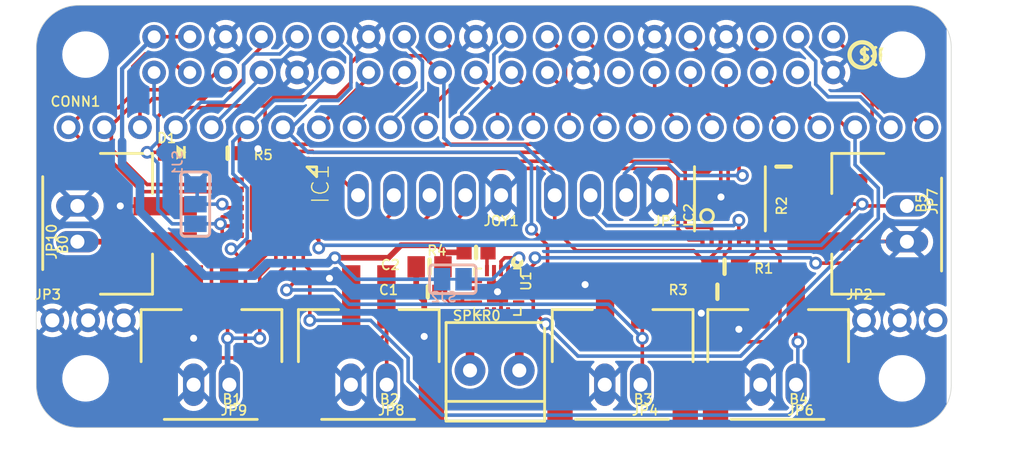
<source format=kicad_pcb>
(kicad_pcb (version 20221018) (generator pcbnew)
  (layers (0 "F.Cu" signal) (31 "B.Cu" signal) (34 "B.Paste" user) (35 "F.Paste" user) (36 "B.SilkS" user "B.Silkscreen") (37 "F.SilkS" user "F.Silkscreen") (38 "B.Mask" user) (39 "F.Mask" user) (44 "Edge.Cuts" user))
  (net 0 "")
  (net 1 "SDA")
  (net 2 "SCL")
  (net 3 "GPIO4")
  (net 4 "GPIO17")
  (net 5 "GPIO27")
  (net 6 "GPIO22")
  (net 7 "SPI_MOSI")
  (net 8 "SPI_MISO")
  (net 9 "SPI_SCLK")
  (net 10 "GPIO5")
  (net 11 "GPIO6")
  (net 12 "GPIO13")
  (net 13 "GPIO26")
  (net 14 "3.3V")
  (net 15 "GND")
  (net 16 "TXD")
  (net 17 "RXD")
  (net 18 "GPIO24")
  (net 19 "GPIO25")
  (net 20 "SPI_CE0")
  (net 21 "SPI_CE1")
  (net 22 "EECLK")
  (net 23 "GPIO16")
  (net 24 "GPIO20")
  (net 25 "GPIO23")
  (net 26 "EEDATA")
  (net 27 "GPIO12")
  (net 28 "B1_0")
  (net 29 "B1_1")
  (net 30 "B1_2")
  (net 31 "B1_3")
  (net 32 "B1_4")
  (net 33 "J1_0")
  (net 34 "J1_1")
  (net 35 "J1_2")
  (net 36 "J1_3")
  (net 37 "B1_5")
  (net 38 "2/3")
  (net 39 "1/3")
  (net 40 "+5V")
  (net 41 "LEFT")
  (net 42 "RIGHT")
  (net 43 "DOWN")
  (net 44 "UP")
  (net 45 "XOUT")
  (net 46 "YOUT")
  (net 47 "SD_MODE")
  (net 48 "VO-")
  (net 49 "VO+")
  (net 50 "BCLK")
  (net 51 "LRCLK")
  (net 52 "DIN")
  (net 53 "GAIN")
  (net 54 "N$1")
  (net 55 "N$2")
  (footprint "working:PCBFEAT-REV-040" (layer "F.Cu") (at 174.6751 93.5241)
    (fp_text reference "U$11" hide)
    (fp_text value "" hide)
  )
  (footprint "working:JST-XH-2-SM4" (layer "F.Cu") (at 168.7061 113.0186 180)
    (fp_text reference "B4")
    (fp_text value "CON_JST_XH_2PIN-SM4")
  )
  (footprint "working:0805-NO" (layer "F.Cu") (at 164.3881 110.3516 180)
    (fp_text reference "R3")
    (fp_text value "10K")
  )
  (footprint "working:QFN16_3MM" (layer "F.Cu") (at 148.7671 110.3516 -90)
    (fp_text reference "U1")
    (fp_text value "MAX98357A")
  )
  (footprint "working:1X02_OVAL" (layer "F.Cu") (at 139.6231 116.9556 180)
    (fp_text reference "JP8")
    (fp_text value "")
  )
  (footprint "working:PI_BONNET" (layer "F.Cu") (at 116.0011 120.0036)
    (fp_text reference "RPI1" hide)
    (fp_text value "RASPBERRYPI_BPLUS_PHAT" hide)
    (fp_line (start 0 -27) (end 0 -3) (stroke (width 0.05)) (layer "Edge.Cuts"))
    (fp_line (start 3 0) (end 62 0) (stroke (width 0.05)) (layer "Edge.Cuts"))
    (fp_line (start 62 -30) (end 3 -30) (stroke (width 0.05)) (layer "Edge.Cuts"))
    (fp_line (start 65 -3) (end 65 -27) (stroke (width 0.05)) (layer "Edge.Cuts"))
    (fp_arc (start 0 -27) (mid 0.87868 -29.12132) (end 3 -30) (stroke (width 0.05)) (layer "Edge.Cuts"))
    (fp_arc (start 3 0) (mid 0.87868 -0.87868) (end 0 -3) (stroke (width 0.05)) (layer "Edge.Cuts"))
    (fp_arc (start 62 -30) (mid 64.12132 -29.12132) (end 65 -27) (stroke (width 0.05)) (layer "Edge.Cuts"))
    (fp_arc (start 65 -3) (mid 64.12132 -0.87868) (end 62 0) (stroke (width 0.05)) (layer "Edge.Cuts"))
  )
  (footprint "working:0603-NO" (layer "F.Cu") (at 147.2431 107.5576 180)
    (fp_text reference "R4")
    (fp_text value "1M")
  )
  (footprint "working:JST-XH-2-SM4" (layer "F.Cu") (at 157.6571 113.0186 180)
    (fp_text reference "B3")
    (fp_text value "CON_JST_XH_2PIN-SM4")
  )
  (footprint "working:JST-XH-2-SM4" (layer "F.Cu") (at 122.8591 105.5256 90)
    (fp_text reference "B0")
    (fp_text value "CON_JST_XH_2PIN-SM4")
  )
  (footprint "working:1X03_ROUND" (layer "F.Cu") (at 177.3421 112.3836)
    (fp_text reference "JP2")
    (fp_text value "")
  )
  (footprint "working:QFN28-ML_6X6MM" (layer "F.Cu") (at 133.0191 104.3826 -90)
    (fp_text reference "IC1")
    (fp_text value "MCP23017ML")
  )
  (footprint "working:TERMBLOCK_1X2-3.5MM" (layer "F.Cu") (at 148.5131 115.9396)
    (fp_text reference "SPKR0")
    (fp_text value "3.5mm")
  )
  (footprint "working:FIDUCIAL_1MM" (layer "F.Cu") (at 174.5481 102.4776)
    (fp_text reference "FID2" hide)
    (fp_text value "FIDUCIAL\"\"" hide)
  )
  (footprint "working:JST-XH-2-SM4" (layer "F.Cu") (at 173.9131 105.5256 -90)
    (fp_text reference "B5")
    (fp_text value "CON_JST_XH_2PIN-SM4")
  )
  (footprint "working:1X02_OVAL" (layer "F.Cu") (at 128.4471 116.9556 180)
    (fp_text reference "JP9")
    (fp_text value "")
  )
  (footprint "working:1X02_OVAL" (layer "F.Cu") (at 118.9221 105.5256 90)
    (fp_text reference "JP10")
    (fp_text value "")
  )
  (footprint "working:0805_10MGAP" (layer "F.Cu") (at 164.8961 108.5736)
    (fp_text reference "R1")
    (fp_text value "10K")
  )
  (footprint "working:1X04_OVAL" (layer "F.Cu") (at 156.6411 103.4936 180)
    (fp_text reference "JP1")
    (fp_text value "")
  )
  (footprint "working:FIDUCIAL_1MM" (layer "F.Cu") (at 121.9701 108.8276)
    (fp_text reference "FID3" hide)
    (fp_text value "FIDUCIAL\"\"" hide)
  )
  (footprint "working:CHIPLED_0805_NOOUTLINE" (layer "F.Cu") (at 126.2881 100.4456 -90)
    (fp_text reference "D1")
    (fp_text value "red")
  )
  (footprint "working:1X02_OVAL" (layer "F.Cu") (at 177.8501 105.5256 -90)
    (fp_text reference "JP7")
    (fp_text value "")
  )
  (footprint "working:0603-NO" (layer "F.Cu") (at 129.5901 100.5091)
    (fp_text reference "R5")
    (fp_text value "1K")
  )
  (footprint "working:TSSOP14" (layer "F.Cu") (at 165.2771 103.7476)
    (fp_text reference "IC2")
    (fp_text value "LM339P")
  )
  (footprint "working:1X02_OVAL" (layer "F.Cu") (at 157.6571 116.9556 180)
    (fp_text reference "JP4")
    (fp_text value "")
  )
  (footprint "working:BONNET_ARCADE_REVB_TOP" (layer "F.Cu") (at 116.0011 120.0036)
    (fp_text reference "U$19" hide)
    (fp_text value "" hide)
  )
  (footprint "working:0805-NO" (layer "F.Cu") (at 143.9411 108.5736 180)
    (fp_text reference "C2")
    (fp_text value "10uF")
  )
  (footprint "working:1X02_OVAL" (layer "F.Cu") (at 168.7061 116.9556 180)
    (fp_text reference "JP6")
    (fp_text value "")
  )
  (footprint "working:1X05_OVAL" (layer "F.Cu") (at 143.9411 103.4936 180)
    (fp_text reference "JOY1")
    (fp_text value "")
  )
  (footprint "working:JST-XH-2-SM4" (layer "F.Cu") (at 139.6231 113.0186 180)
    (fp_text reference "B2")
    (fp_text value "CON_JST_XH_2PIN-SM4")
  )
  (footprint "working:0603-NO" (layer "F.Cu") (at 143.8141 110.3516 180)
    (fp_text reference "C1")
    (fp_text value "0.1uF")
  )
  (footprint "working:1X03_ROUND" (layer "F.Cu") (at 119.6841 112.3836)
    (fp_text reference "JP3")
    (fp_text value "")
  )
  (footprint "working:0805-NO" (layer "F.Cu") (at 169.0871 101.4616 -90)
    (fp_text reference "R2")
    (fp_text value "10K")
  )
  (footprint "working:1X25_ROUND_70MIL" (layer "F.Cu") (at 148.7671 98.6676)
    (fp_text reference "CONN1")
    (fp_text value "HEADER-1X25")
  )
  (footprint "working:JST-XH-2-SM4" (layer "F.Cu") (at 128.4471 113.0186 180)
    (fp_text reference "B1")
    (fp_text value "CON_JST_XH_2PIN-SM4")
  )
  (footprint "working:SOLDERJUMPER_2WAY_OPEN_NOPASTE" (layer "B.Cu") (at 127.3041 104.1286 -90)
    (fp_text reference "SJ1")
    (fp_text value "ADDR")
  )
  (footprint "working:BONNET_ARCADE_REVB_BOT" (layer "B.Cu") (at 181.0251 120.0036 180)
    (fp_text reference "U$20" hide)
    (fp_text value "" hide)
  )
  (footprint "working:SOLDERJUMPER_CLOSEDWIRE" (layer "B.Cu") (at 145.5921 109.4626)
    (fp_text reference "SJ2")
    (fp_text value "")
  )
  (segment (start 129.8741 103.0826) (end 130.3191 103.0826) (width 0.254) (layer "F.Cu") (net 1))
  (segment (start 125.1451 93.4606) (end 126.4581 94.7736) (width 0.254) (layer "F.Cu") (net 1))
  (segment (start 123.7481 93.4606) (end 125.1451 93.4606) (width 0.254) (layer "F.Cu") (net 1))
  (segment (start 123.4941 103.2396) (end 129.7171 103.2396) (width 0.254) (layer "F.Cu") (net 1))
  (segment (start 129.7171 103.2396) (end 129.8741 103.0826) (width 0.254) (layer "F.Cu") (net 1))
  (segment (start 120.8271 100.0646) (end 120.5731 99.8106) (width 0.254) (layer "F.Cu") (net 1))
  (segment (start 121.8431 97.2706) (end 122.8591 96.2546) (width 0.254) (layer "F.Cu") (net 1))
  (segment (start 119.4301 99.8106) (end 118.2871 98.6676) (width 0.254) (layer "F.Cu") (net 1))
  (segment (start 126.4581 94.7736) (end 126.9111 94.7736) (width 0.254) (layer "F.Cu") (net 1))
  (segment (start 119.6841 97.2706) (end 121.8431 97.2706) (width 0.254) (layer "F.Cu") (net 1))
  (segment (start 123.4941 103.2396) (end 120.8271 100.5726) (width 0.254) (layer "F.Cu") (net 1))
  (segment (start 120.8271 100.5726) (end 120.8271 100.0646) (width 0.254) (layer "F.Cu") (net 1))
  (segment (start 122.8591 96.2546) (end 122.8591 94.3496) (width 0.254) (layer "F.Cu") (net 1))
  (segment (start 122.8591 94.3496) (end 123.7481 93.4606) (width 0.254) (layer "F.Cu") (net 1))
  (segment (start 120.5731 99.8106) (end 119.4301 99.8106) (width 0.254) (layer "F.Cu") (net 1))
  (segment (start 118.2871 98.6676) (end 119.6841 97.2706) (width 0.254) (layer "F.Cu") (net 1))
  (segment (start 128.7851 94.7736) (end 129.4511 94.7736) (width 0.254) (layer "F.Cu") (net 2))
  (segment (start 123.8751 102.7316) (end 129.4631 102.7316) (width 0.254) (layer "F.Cu") (net 2))
  (segment (start 120.8271 98.6676) (end 121.2081 98.6676) (width 0.254) (layer "F.Cu") (net 2))
  (segment (start 127.5581 96.0006) (end 128.7851 94.7736) (width 0.254) (layer "F.Cu") (net 2))
  (segment (start 121.3351 100.1916) (end 121.3351 99.1756) (width 0.254) (layer "F.Cu") (net 2))
  (segment (start 121.3351 99.1756) (end 120.8271 98.6676) (width 0.254) (layer "F.Cu") (net 2))
  (segment (start 121.2081 98.6676) (end 123.8751 96.0006) (width 0.254) (layer "F.Cu") (net 2))
  (segment (start 123.8751 102.7316) (end 121.3351 100.1916) (width 0.254) (layer "F.Cu") (net 2))
  (segment (start 129.7621 102.4326) (end 130.3191 102.4326) (width 0.254) (layer "F.Cu") (net 2))
  (segment (start 123.8751 96.0006) (end 127.5581 96.0006) (width 0.254) (layer "F.Cu") (net 2))
  (segment (start 129.4631 102.7316) (end 129.7621 102.4326) (width 0.254) (layer "F.Cu") (net 2))
  (segment (start 131.9911 95.1236) (end 131.9911 94.7736) (width 0.254) (layer "B.Cu") (net 3))
  (segment (start 128.4471 98.6676) (end 131.9911 95.1236) (width 0.254) (layer "B.Cu") (net 3))
  (segment (start 131.7191 107.0826) (end 131.7191 107.5876) (width 0.254) (layer "F.Cu") (net 4))
  (segment (start 131.7191 107.5876) (end 131.2411 108.0656) (width 0.254) (layer "F.Cu") (net 4))
  (segment (start 131.2411 108.0656) (end 130.6061 108.0656) (width 0.254) (layer "F.Cu") (net 4))
  (segment (start 130.6061 108.0656) (end 129.8441 107.3036) (width 0.254) (layer "F.Cu") (net 4))
  (segment (start 130.4401 100.5091) (end 130.4401 99.2146) (width 0.254) (layer "F.Cu") (net 4))
  (segment (start 130.4401 99.2146) (end 130.9871 98.6676) (width 0.254) (layer "F.Cu") (net 4))
  (via (at 129.8441 107.3036) (size 0.9064) (drill 0.5) (layers "F.Cu" "B.Cu") (net 4))
  (segment (start 130.2251 107.3036) (end 129.8441 107.3036) (width 0.254) (layer "B.Cu") (net 4))
  (segment (start 132.8921 96.7626) (end 134.9241 96.7626) (width 0.254) (layer "B.Cu") (net 4))
  (segment (start 136.9131 94.7736) (end 137.0711 94.7736) (width 0.254) (layer "B.Cu") (net 4))
  (segment (start 134.9241 96.7626) (end 136.9131 94.7736) (width 0.254) (layer "B.Cu") (net 4))
  (segment (start 130.9871 98.6676) (end 129.9711 99.6836) (width 0.254) (layer "B.Cu") (net 4))
  (segment (start 130.9871 98.6676) (end 132.8921 96.7626) (width 0.254) (layer "B.Cu") (net 4))
  (segment (start 129.9711 101.9696) (end 130.9871 102.9856) (width 0.254) (layer "B.Cu") (net 4))
  (segment (start 130.9871 102.9856) (end 130.9871 106.5416) (width 0.254) (layer "B.Cu") (net 4))
  (segment (start 130.9871 106.5416) (end 130.2251 107.3036) (width 0.254) (layer "B.Cu") (net 4))
  (segment (start 129.9711 99.6836) (end 129.9711 101.9696) (width 0.254) (layer "B.Cu") (net 4))
  (segment (start 139.6111 95.1236) (end 136.0671 98.6676) (width 0.254) (layer "F.Cu") (net 5))
  (segment (start 139.6111 94.7736) (end 139.6111 95.1236) (width 0.254) (layer "F.Cu") (net 5))
  (segment (start 142.1511 94.7736) (end 142.1511 95.1236) (width 0.254) (layer "F.Cu") (net 6))
  (segment (start 142.1511 95.1236) (end 138.6071 98.6676) (width 0.254) (layer "F.Cu") (net 6))
  (segment (start 148.7671 96.3096) (end 148.7671 98.6676) (width 0.254) (layer "F.Cu") (net 7))
  (segment (start 147.2311 94.7736) (end 148.7671 96.3096) (width 0.254) (layer "F.Cu") (net 7))
  (segment (start 151.3071 96.3096) (end 151.3071 98.6676) (width 0.254) (layer "F.Cu") (net 8))
  (segment (start 149.7711 94.7736) (end 151.3071 96.3096) (width 0.254) (layer "F.Cu") (net 8))
  (segment (start 152.3111 94.7736) (end 153.8471 96.3096) (width 0.254) (layer "F.Cu") (net 9))
  (segment (start 153.8471 96.3096) (end 153.8471 98.6676) (width 0.254) (layer "F.Cu") (net 9))
  (segment (start 159.9311 94.7736) (end 159.9311 96.6236) (width 0.254) (layer "F.Cu") (net 10))
  (segment (start 161.4671 98.1596) (end 161.4671 98.6676) (width 0.254) (layer "F.Cu") (net 10))
  (segment (start 159.9311 96.6236) (end 161.4671 98.1596) (width 0.254) (layer "F.Cu") (net 10))
  (segment (start 162.4711 94.7736) (end 162.4711 96.4966) (width 0.254) (layer "F.Cu") (net 11))
  (segment (start 162.4711 96.4966) (end 164.0071 98.0326) (width 0.254) (layer "F.Cu") (net 11))
  (segment (start 164.0071 98.0326) (end 164.0071 98.6676) (width 0.254) (layer "F.Cu") (net 11))
  (segment (start 165.0111 95.9886) (end 166.2931 97.2706) (width 0.254) (layer "F.Cu") (net 12))
  (segment (start 165.0111 94.7736) (end 165.0111 95.9886) (width 0.254) (layer "F.Cu") (net 12))
  (segment (start 166.2931 97.2706) (end 167.6901 97.2706) (width 0.254) (layer "F.Cu") (net 12))
  (segment (start 167.6901 97.2706) (end 169.0871 98.6676) (width 0.254) (layer "F.Cu") (net 12))
  (segment (start 132.3691 100.7146) (end 132.7651 100.3186) (width 0.254) (layer "F.Cu") (net 14))
  (segment (start 129.2091 106.3326) (end 129.2091 105.6826) (width 0.254) (layer "F.Cu") (net 14))
  (segment (start 138.3531 95.4926) (end 138.3531 94.0956) (width 0.254) (layer "F.Cu") (net 14))
  (segment (start 143.5051 93.5876) (end 144.6911 94.7736) (width 0.254) (layer "F.Cu") (net 14))
  (segment (start 128.1931 97.1436) (end 132.2571 97.1436) (width 0.254) (layer "F.Cu") (net 14))
  (segment (start 164.6271 107.1916) (end 163.8461 107.9726) (width 0.254) (layer "F.Cu") (net 14))
  (segment (start 132.2571 97.1436) (end 132.8921 96.5086) (width 0.254) (layer "F.Cu") (net 14))
  (segment (start 132.3691 101.6826) (end 132.3691 100.7146) (width 0.254) (layer "F.Cu") (net 14))
  (segment (start 124.6371 97.9056) (end 124.6371 99.8106) (width 0.254) (layer "F.Cu") (net 14))
  (segment (start 154.3551 107.4306) (end 162.7031 107.4306) (width 0.254) (layer "F.Cu") (net 14))
  (segment (start 132.8921 96.5086) (end 137.3371 96.5086) (width 0.254) (layer "F.Cu") (net 14))
  (segment (start 130.3191 106.3326) (end 129.2091 106.3326) (width 0.254) (layer "F.Cu") (net 14))
  (segment (start 138.3531 94.0956) (end 138.8611 93.5876) (width 0.254) (layer "F.Cu") (net 14))
  (segment (start 132.7651 99.934144) (end 132.2571 99.426144) (width 0.254) (layer "F.Cu") (net 14))
  (segment (start 164.6271 106.6654) (end 164.6271 107.1916) (width 0.254) (layer "F.Cu") (net 14))
  (segment (start 130.3191 105.0326) (end 129.2091 105.0326) (width 0.254) (layer "F.Cu") (net 14))
  (segment (start 129.2091 105.6826) (end 129.2091 105.6526) (width 0.254) (layer "F.Cu") (net 14))
  (segment (start 129.1791 105.6526) (end 129.2091 105.6826) (width 0.254) (layer "F.Cu") (net 14))
  (segment (start 125.2381 100.4456) (end 123.8751 100.4456) (width 0.254) (layer "F.Cu") (net 14))
  (segment (start 128.1931 97.1436) (end 128.0661 97.2706) (width 0.254) (layer "F.Cu") (net 14))
  (segment (start 152.8311 103.4936) (end 152.8311 105.9066) (width 0.254) (layer "F.Cu") (net 14))
  (segment (start 124.6371 99.8106) (end 125.2721 100.4456) (width 0.254) (layer "F.Cu") (net 14))
  (segment (start 125.2721 97.2706) (end 124.6371 97.9056) (width 0.254) (layer "F.Cu") (net 14))
  (segment (start 152.8311 105.9066) (end 154.3551 107.4306) (width 0.254) (layer "F.Cu") (net 14))
  (segment (start 132.2571 97.1436) (end 132.2571 99.426144) (width 0.254) (layer "F.Cu") (net 14))
  (segment (start 129.2391 105.6826) (end 129.2091 105.6526) (width 0.254) (layer "F.Cu") (net 14))
  (segment (start 132.7651 100.3186) (end 132.7651 99.934144) (width 0.254) (layer "F.Cu") (net 14))
  (segment (start 162.7031 107.4306) (end 163.8461 108.5736) (width 0.254) (layer "F.Cu") (net 14))
  (segment (start 138.8611 93.5876) (end 143.5051 93.5876) (width 0.254) (layer "F.Cu") (net 14))
  (segment (start 125.2721 100.4456) (end 125.2381 100.4456) (width 0.254) (layer "F.Cu") (net 14))
  (segment (start 129.2091 105.6526) (end 129.0821 105.5256) (width 0.254) (layer "F.Cu") (net 14))
  (segment (start 130.3191 105.6826) (end 129.2391 105.6826) (width 0.254) (layer "F.Cu") (net 14))
  (segment (start 163.8461 107.9726) (end 163.8461 108.5736) (width 0.254) (layer "F.Cu") (net 14))
  (segment (start 128.0661 97.2706) (end 125.2721 97.2706) (width 0.254) (layer "F.Cu") (net 14))
  (segment (start 129.2091 105.6526) (end 129.2091 105.0326) (width 0.254) (layer "F.Cu") (net 14))
  (segment (start 137.3371 96.5086) (end 138.3531 95.4926) (width 0.254) (layer "F.Cu") (net 14))
  (via (at 123.8751 100.4456) (size 0.9064) (drill 0.5) (layers "F.Cu" "B.Cu") (net 14))
  (via (at 129.0821 105.5256) (size 0.9064) (drill 0.5) (layers "F.Cu" "B.Cu") (net 14))
  (segment (start 124.6371 98.0326) (end 124.6371 99.6836) (width 0.254) (layer "B.Cu") (net 14))
  (segment (start 152.8311 102.0966) (end 150.6721 99.9376) (width 0.254) (layer "B.Cu") (net 14))
  (segment (start 124.3711 97.7666) (end 124.6371 98.0326) (width 0.254) (layer "B.Cu") (net 14))
  (segment (start 124.6371 101.2076) (end 123.8751 100.4456) (width 0.254) (layer "B.Cu") (net 14))
  (segment (start 124.6371 104.5096) (end 124.6371 101.2076) (width 0.254) (layer "B.Cu") (net 14))
  (segment (start 144.9571 99.4296) (end 144.9571 95.0396) (width 0.254) (layer "B.Cu") (net 14))
  (segment (start 150.6721 99.9376) (end 145.4651 99.9376) (width 0.254) (layer "B.Cu") (net 14))
  (segment (start 127.3041 105.5256) (end 129.0821 105.5256) (width 0.254) (layer "B.Cu") (net 14))
  (segment (start 124.6371 104.5096) (end 125.6531 105.5256) (width 0.254) (layer "B.Cu") (net 14))
  (segment (start 124.3711 94.7736) (end 124.3711 97.7666) (width 0.254) (layer "B.Cu") (net 14))
  (segment (start 145.4651 99.9376) (end 144.9571 99.4296) (width 0.254) (layer "B.Cu") (net 14))
  (segment (start 144.9571 95.0396) (end 144.6911 94.7736) (width 0.254) (layer "B.Cu") (net 14))
  (segment (start 125.6531 105.5256) (end 127.3041 105.5256) (width 0.254) (layer "B.Cu") (net 14))
  (segment (start 152.8311 103.4936) (end 152.8311 102.0966) (width 0.254) (layer "B.Cu") (net 14))
  (segment (start 124.6371 99.6836) (end 123.8751 100.4456) (width 0.254) (layer "B.Cu") (net 14))
  (segment (start 148.5171 108.8516) (end 148.5171 110.1016) (width 0.254) (layer "F.Cu") (net 15))
  (segment (start 142.9911 108.5736) (end 142.9911 110.1246) (width 0.4064) (layer "F.Cu") (net 15))
  (segment (start 167.4561 110.7186) (end 167.4561 111.4746) (width 0.254) (layer "F.Cu") (net 15))
  (segment (start 127.1971 110.7186) (end 127.1771 110.7386) (width 0.254) (layer "F.Cu") (net 15))
  (segment (start 149.0171 111.8516) (end 149.0171 110.6016) (width 0.254) (layer "F.Cu") (net 15))
  (segment (start 138.3731 110.7186) (end 137.0536 109.3991) (width 0.254) (layer "F.Cu") (net 15))
  (segment (start 142.9911 110.1246) (end 142.9641 110.1516) (width 0.4064) (layer "F.Cu") (net 15))
  (segment (start 127.1771 110.7386) (end 127.1771 113.6536) (width 0.254) (layer "F.Cu") (net 15))
  (segment (start 125.1591 104.2756) (end 121.9901 104.2756) (width 0.254) (layer "F.Cu") (net 15))
  (segment (start 143.5601 111.0256) (end 142.9641 110.4296) (width 0.4064) (layer "F.Cu") (net 15))
  (segment (start 143.5601 111.0256) (end 143.5601 113.5266) (width 0.4064) (layer "F.Cu") (net 15))
  (segment (start 163.4381 110.3516) (end 163.4381 111.6826) (width 0.254) (layer "F.Cu") (net 15))
  (segment (start 164.6271 103.6206) (end 164.6421 103.6206) (width 0.254) (layer "F.Cu") (net 15))
  (segment (start 171.6131 106.7756) (end 177.8301 106.7756) (width 0.254) (layer "F.Cu") (net 15))
  (segment (start 142.9641 110.4296) (end 142.9641 110.3516) (width 0.4064) (layer "F.Cu") (net 15))
  (segment (start 163.4381 111.6826) (end 163.2451 111.8756) (width 0.254) (layer "F.Cu") (net 15))
  (segment (start 121.9901 104.2756) (end 121.9701 104.2556) (width 0.254) (layer "F.Cu") (net 15))
  (segment (start 148.5171 110.1016) (end 148.7671 110.3516) (width 0.254) (layer "F.Cu") (net 15))
  (segment (start 150.2671 110.1016) (end 149.0171 110.1016) (width 0.254) (layer "F.Cu") (net 15))
  (segment (start 156.4071 110.7186) (end 155.5321 109.8436) (width 0.254) (layer "F.Cu") (net 15))
  (segment (start 167.4561 111.4746) (end 165.9121 113.0186) (width 0.254) (layer "F.Cu") (net 15))
  (segment (start 177.8301 106.7756) (end 177.8501 106.7956) (width 0.254) (layer "F.Cu") (net 15))
  (segment (start 155.5321 109.8436) (end 154.9901 109.8436) (width 0.254) (layer "F.Cu") (net 15))
  (segment (start 131.7191 101.6826) (end 131.7191 100.2216) (width 0.254) (layer "F.Cu") (net 15))
  (segment (start 142.9641 110.1516) (end 142.9641 110.3516) (width 0.4064) (layer "F.Cu") (net 15))
  (segment (start 137.0536 109.3991) (end 136.8291 109.3991) (width 0.254) (layer "F.Cu") (net 15))
  (segment (start 149.0171 110.6016) (end 148.7671 110.3516) (width 0.254) (layer "F.Cu") (net 15))
  (segment (start 164.6271 100.8298) (end 164.6271 103.6206) (width 0.254) (layer "F.Cu") (net 15))
  (segment (start 131.7191 100.2216) (end 131.7491 100.1916) (width 0.254) (layer "F.Cu") (net 15))
  (segment (start 149.0171 110.1016) (end 148.7671 110.3516) (width 0.254) (layer "F.Cu") (net 15))
  (via (at 136.8291 109.3991) (size 0.9064) (drill 0.5) (layers "F.Cu" "B.Cu") (net 15))
  (via (at 165.9121 113.0186) (size 0.9064) (drill 0.5) (layers "F.Cu" "B.Cu") (net 15))
  (via (at 131.7491 100.1916) (size 0.9064) (drill 0.5) (layers "F.Cu" "B.Cu") (net 15))
  (via (at 121.9701 104.2556) (size 0.9064) (drill 0.5) (layers "F.Cu" "B.Cu") (net 15))
  (via (at 148.7671 110.3516) (size 0.9064) (drill 0.5) (layers "F.Cu" "B.Cu") (net 15))
  (via (at 143.5601 113.5266) (size 0.9064) (drill 0.5) (layers "F.Cu" "B.Cu") (net 15))
  (via (at 154.9901 109.8436) (size 0.9064) (drill 0.5) (layers "F.Cu" "B.Cu") (net 15))
  (via (at 163.2451 111.8756) (size 0.9064) (drill 0.5) (layers "F.Cu" "B.Cu") (net 15))
  (via (at 164.6421 103.6206) (size 0.9064) (drill 0.5) (layers "F.Cu" "B.Cu") (net 15))
  (via (at 127.1771 113.6536) (size 0.9064) (drill 0.5) (layers "F.Cu" "B.Cu") (net 15))
  (segment (start 121.9701 104.1286) (end 121.7161 103.8746) (width 0.254) (layer "B.Cu") (net 15))
  (segment (start 165.4041 113.0186) (end 165.2771 113.1456) (width 0.254) (layer "B.Cu") (net 15))
  (segment (start 121.9701 104.2556) (end 121.9701 104.1286) (width 0.254) (layer "B.Cu") (net 15))
  (segment (start 165.9121 113.0186) (end 165.4041 113.0186) (width 0.254) (layer "B.Cu") (net 15))
  (segment (start 127.3041 113.7806) (end 127.3041 114.2886) (width 0.254) (layer "B.Cu") (net 15))
  (segment (start 175.4371 106.7956) (end 176.1991 106.7956) (width 0.254) (layer "B.Cu") (net 15))
  (segment (start 127.1771 113.6536) (end 127.3041 113.7806) (width 0.254) (layer "B.Cu") (net 15))
  (segment (start 154.9901 109.8436) (end 154.6091 109.8436) (width 0.254) (layer "B.Cu") (net 15))
  (segment (start 164.6421 103.7476) (end 164.5151 103.7476) (width 0.254) (layer "B.Cu") (net 15))
  (segment (start 164.6421 103.6206) (end 164.6421 103.7476) (width 0.254) (layer "B.Cu") (net 15))
  (segment (start 143.5601 113.5266) (end 143.6871 113.3996) (width 0.254) (layer "B.Cu") (net 15))
  (segment (start 123.3671 97.5246) (end 123.3671 98.6676) (width 0.254) (layer "F.Cu") (net 16))
  (segment (start 128.5741 96.0006) (end 129.9711 96.0006) (width 0.254) (layer "F.Cu") (net 16))
  (segment (start 124.2561 96.6356) (end 127.9391 96.6356) (width 0.254) (layer "F.Cu") (net 16))
  (segment (start 129.9711 96.0006) (end 130.7331 95.2386) (width 0.254) (layer "F.Cu") (net 16))
  (segment (start 124.2561 96.6356) (end 123.3671 97.5246) (width 0.254) (layer "F.Cu") (net 16))
  (segment (start 130.7331 94.2226) (end 131.9911 92.9646) (width 0.254) (layer "F.Cu") (net 16))
  (segment (start 131.9911 92.9646) (end 131.9911 92.2336) (width 0.254) (layer "F.Cu") (net 16))
  (segment (start 127.9391 96.6356) (end 128.5741 96.0006) (width 0.254) (layer "F.Cu") (net 16))
  (segment (start 130.7331 95.2386) (end 130.7331 94.2226) (width 0.254) (layer "F.Cu") (net 16))
  (segment (start 134.5311 92.2336) (end 133.3041 93.4606) (width 0.254) (layer "B.Cu") (net 17))
  (segment (start 133.3041 93.4606) (end 131.4951 93.4606) (width 0.254) (layer "B.Cu") (net 17))
  (segment (start 127.6851 96.8896) (end 125.9071 98.6676) (width 0.254) (layer "B.Cu") (net 17))
  (segment (start 129.3361 96.8896) (end 127.6851 96.8896) (width 0.254) (layer "B.Cu") (net 17))
  (segment (start 131.4951 93.4606) (end 130.7331 94.2226) (width 0.254) (layer "B.Cu") (net 17))
  (segment (start 130.7331 94.2226) (end 130.7331 95.4926) (width 0.254) (layer "B.Cu") (net 17))
  (segment (start 130.7331 95.4926) (end 129.3361 96.8896) (width 0.254) (layer "B.Cu") (net 17))
  (segment (start 145.9731 95.3656) (end 143.6871 97.6516) (width 0.254) (layer "F.Cu") (net 18))
  (segment (start 143.6871 97.6516) (end 143.6871 98.6676) (width 0.254) (layer "F.Cu") (net 18))
  (segment (start 145.9731 93.5156) (end 145.9731 95.3656) (width 0.254) (layer "F.Cu") (net 18))
  (segment (start 144.6911 92.2336) (end 145.9731 93.5156) (width 0.254) (layer "F.Cu") (net 18))
  (segment (start 148.5131 93.4916) (end 148.5131 95.3656) (width 0.254) (layer "B.Cu") (net 19))
  (segment (start 146.2271 97.6516) (end 146.2271 98.6676) (width 0.254) (layer "B.Cu") (net 19))
  (segment (start 149.7711 92.2336) (end 148.5131 93.4916) (width 0.254) (layer "B.Cu") (net 19))
  (segment (start 148.5131 95.3656) (end 146.2271 97.6516) (width 0.254) (layer "B.Cu") (net 19))
  (segment (start 152.3111 92.2336) (end 153.5931 93.5156) (width 0.254) (layer "F.Cu") (net 20))
  (segment (start 153.5931 93.5156) (end 153.5931 95.3656) (width 0.254) (layer "F.Cu") (net 20))
  (segment (start 156.3871 98.1596) (end 156.3871 98.6676) (width 0.254) (layer "F.Cu") (net 20))
  (segment (start 153.5931 95.3656) (end 156.3871 98.1596) (width 0.254) (layer "F.Cu") (net 20))
  (segment (start 156.1331 95.4926) (end 158.9271 98.2866) (width 0.254) (layer "F.Cu") (net 21))
  (segment (start 154.8511 92.2336) (end 156.1331 93.5156) (width 0.254) (layer "F.Cu") (net 21))
  (segment (start 156.1331 93.5156) (end 156.1331 95.4926) (width 0.254) (layer "F.Cu") (net 21))
  (segment (start 158.9271 98.2866) (end 158.9271 98.6676) (width 0.254) (layer "F.Cu") (net 21))
  (segment (start 166.2931 95.8736) (end 166.9281 96.5086) (width 0.254) (layer "F.Cu") (net 23))
  (segment (start 167.5511 92.2336) (end 167.5511 92.7106) (width 0.254) (layer "F.Cu") (net 23))
  (segment (start 169.4681 96.5086) (end 171.6271 98.6676) (width 0.254) (layer "F.Cu") (net 23))
  (segment (start 166.9281 96.5086) (end 169.4681 96.5086) (width 0.254) (layer "F.Cu") (net 23))
  (segment (start 167.5511 92.7106) (end 166.2931 93.9686) (width 0.254) (layer "F.Cu") (net 23))
  (segment (start 166.2931 93.9686) (end 166.2931 95.8736) (width 0.254) (layer "F.Cu") (net 23))
  (segment (start 174.5481 96.5086) (end 176.7071 98.6676) (width 0.254) (layer "B.Cu") (net 24))
  (segment (start 171.3731 93.9686) (end 171.3731 95.6196) (width 0.254) (layer "B.Cu") (net 24))
  (segment (start 172.2621 96.5086) (end 174.5481 96.5086) (width 0.254) (layer "B.Cu") (net 24))
  (segment (start 170.0911 92.6866) (end 171.3731 93.9686) (width 0.254) (layer "B.Cu") (net 24))
  (segment (start 171.3731 95.6196) (end 172.2621 96.5086) (width 0.254) (layer "B.Cu") (net 24))
  (segment (start 170.0911 92.2336) (end 170.0911 92.6866) (width 0.254) (layer "B.Cu") (net 24))
  (segment (start 142.1511 92.2336) (end 142.1511 92.6866) (width 0.254) (layer "B.Cu") (net 25))
  (segment (start 143.4331 93.9686) (end 143.4331 96.0006) (width 0.254) (layer "B.Cu") (net 25))
  (segment (start 142.1511 92.6866) (end 143.4331 93.9686) (width 0.254) (layer "B.Cu") (net 25))
  (segment (start 143.4331 96.0006) (end 141.1471 98.2866) (width 0.254) (layer "B.Cu") (net 25))
  (segment (start 141.1471 98.2866) (end 141.1471 98.6676) (width 0.254) (layer "B.Cu") (net 25))
  (segment (start 162.4711 92.2336) (end 162.4711 92.6866) (width 0.254) (layer "F.Cu") (net 27))
  (segment (start 162.4711 92.6866) (end 163.7531 93.9686) (width 0.254) (layer "F.Cu") (net 27))
  (segment (start 163.7531 95.8736) (end 166.5471 98.6676) (width 0.254) (layer "F.Cu") (net 27))
  (segment (start 163.7531 93.9686) (end 163.7531 95.8736) (width 0.254) (layer "F.Cu") (net 27))
  (segment (start 132.3841 107.0976) (end 132.3691 107.0826) (width 0.254) (layer "F.Cu") (net 28))
  (segment (start 130.6061 115.0506) (end 130.8601 114.7966) (width 0.254) (layer "F.Cu") (net 28))
  (segment (start 128.4471 114.6696) (end 128.8281 115.0506) (width 0.254) (layer "F.Cu") (net 28))
  (segment (start 130.8601 114.7966) (end 130.8601 109.2086) (width 0.254) (layer "F.Cu") (net 28))
  (segment (start 118.9221 106.7956) (end 125.1591 106.7956) (width 0.4064) (layer "F.Cu") (net 28))
  (segment (start 125.1591 106.7756) (end 126.7761 106.7756) (width 0.254) (layer "F.Cu") (net 28))
  (segment (start 132.3841 107.6846) (end 132.3841 107.0976) (width 0.254) (layer "F.Cu") (net 28))
  (segment (start 130.8601 109.2086) (end 132.3841 107.6846) (width 0.254) (layer "F.Cu") (net 28))
  (segment (start 128.4471 108.4466) (end 128.4471 114.6696) (width 0.254) (layer "F.Cu") (net 28))
  (segment (start 125.1591 106.7956) (end 125.1591 106.7756) (width 0.4064) (layer "F.Cu") (net 28))
  (segment (start 128.8281 115.0506) (end 130.6061 115.0506) (width 0.254) (layer "F.Cu") (net 28))
  (segment (start 126.7761 106.7756) (end 128.4471 108.4466) (width 0.254) (layer "F.Cu") (net 28))
  (segment (start 129.5901 110.8256) (end 129.6971 110.7186) (width 0.254) (layer "F.Cu") (net 29))
  (segment (start 129.6971 110.7186) (end 129.6971 110.2446) (width 0.254) (layer "F.Cu") (net 29))
  (segment (start 129.5901 113.6536) (end 129.5901 110.8256) (width 0.254) (layer "F.Cu") (net 29))
  (segment (start 133.0191 108.0656) (end 131.8761 109.2086) (width 0.254) (layer "F.Cu") (net 29))
  (segment (start 131.8761 109.2086) (end 131.8761 113.6536) (width 0.254) (layer "F.Cu") (net 29))
  (segment (start 133.0191 107.0826) (end 133.0191 108.0656) (width 0.254) (layer "F.Cu") (net 29))
  (via (at 131.8761 113.6536) (size 0.9064) (drill 0.5) (layers "F.Cu" "B.Cu") (net 29))
  (via (at 129.5901 113.6536) (size 0.9064) (drill 0.5) (layers "F.Cu" "B.Cu") (net 29))
  (segment (start 129.7171 116.9556) (end 129.5901 116.9556) (width 0.4064) (layer "B.Cu") (net 29))
  (segment (start 131.8761 113.6536) (end 129.5901 113.6536) (width 0.254) (layer "B.Cu") (net 29))
  (segment (start 129.5901 116.9556) (end 129.5901 113.6536) (width 0.4064) (layer "B.Cu") (net 29))
  (segment (start 140.8931 116.9556) (end 140.8931 110.7386) (width 0.254) (layer "F.Cu") (net 30))
  (segment (start 135.1781 113.6536) (end 140.5121 113.6536) (width 0.254) (layer "F.Cu") (net 30))
  (segment (start 140.8931 110.7386) (end 140.8731 110.7186) (width 0.254) (layer "F.Cu") (net 30))
  (segment (start 132.8921 112.8916) (end 133.6541 113.6536) (width 0.254) (layer "F.Cu") (net 30))
  (segment (start 133.6691 107.0826) (end 133.6691 108.5586) (width 0.254) (layer "F.Cu") (net 30))
  (segment (start 135.0511 113.6536) (end 135.1781 113.6536) (width 0.254) (layer "F.Cu") (net 30))
  (segment (start 132.8921 109.3356) (end 132.8921 112.8916) (width 0.254) (layer "F.Cu") (net 30))
  (segment (start 140.5121 113.6536) (end 140.8731 113.2926) (width 0.254) (layer "F.Cu") (net 30))
  (segment (start 133.6691 108.5586) (end 132.8921 109.3356) (width 0.254) (layer "F.Cu") (net 30))
  (segment (start 133.6541 113.6536) (end 135.0511 113.6536) (width 0.254) (layer "F.Cu") (net 30))
  (segment (start 140.8731 113.2926) (end 140.8731 110.7186) (width 0.254) (layer "F.Cu") (net 30))
  (segment (start 159.0541 116.8286) (end 158.9271 116.9556) (width 0.254) (layer "F.Cu") (net 31))
  (segment (start 159.0541 113.6536) (end 159.0541 116.8286) (width 0.254) (layer "F.Cu") (net 31))
  (segment (start 134.3191 109.6866) (end 133.7811 110.2246) (width 0.254) (layer "F.Cu") (net 31))
  (segment (start 134.3191 107.0826) (end 134.3191 109.6866) (width 0.254) (layer "F.Cu") (net 31))
  (segment (start 159.0541 110.8656) (end 158.9071 110.7186) (width 0.254) (layer "F.Cu") (net 31))
  (segment (start 159.0541 113.6536) (end 159.0541 110.8656) (width 0.254) (layer "F.Cu") (net 31))
  (via (at 159.0541 113.6536) (size 0.9064) (drill 0.5) (layers "F.Cu" "B.Cu") (net 31))
  (via (at 133.7811 110.2246) (size 0.9064) (drill 0.5) (layers "F.Cu" "B.Cu") (net 31))
  (segment (start 156.6411 111.2406) (end 159.0541 113.6536) (width 0.254) (layer "B.Cu") (net 31))
  (segment (start 133.7811 110.2246) (end 137.2101 110.2246) (width 0.254) (layer "B.Cu") (net 31))
  (segment (start 137.2101 110.2246) (end 138.2261 111.2406) (width 0.254) (layer "B.Cu") (net 31))
  (segment (start 138.2261 111.2406) (end 156.6411 111.2406) (width 0.254) (layer "B.Cu") (net 31))
  (segment (start 134.9691 108.3526) (end 135.4321 108.8156) (width 0.254) (layer "F.Cu") (net 32))
  (segment (start 134.9691 107.0826) (end 134.9691 108.3526) (width 0.254) (layer "F.Cu") (net 32))
  (segment (start 169.9561 113.7606) (end 170.1031 113.9076) (width 0.254) (layer "F.Cu") (net 32))
  (segment (start 135.4321 108.8156) (end 135.4321 112.3836) (width 0.254) (layer "F.Cu") (net 32))
  (segment (start 169.9561 110.7186) (end 169.9561 113.7606) (width 0.254) (layer "F.Cu") (net 32))
  (via (at 170.1031 113.9076) (size 0.9064) (drill 0.5) (layers "F.Cu" "B.Cu") (net 32))
  (via (at 135.4321 112.3836) (size 0.9064) (drill 0.5) (layers "F.Cu" "B.Cu") (net 32))
  (segment (start 142.4171 115.0506) (end 142.4171 116.7016) (width 0.254) (layer "B.Cu") (net 32))
  (segment (start 169.4681 119.1146) (end 170.1031 118.4796) (width 0.254) (layer "B.Cu") (net 32))
  (segment (start 142.4171 116.7016) (end 144.8301 119.1146) (width 0.254) (layer "B.Cu") (net 32))
  (segment (start 144.8301 119.1146) (end 169.4681 119.1146) (width 0.254) (layer "B.Cu") (net 32))
  (segment (start 170.1031 118.4796) (end 170.1031 117.0826) (width 0.254) (layer "B.Cu") (net 32))
  (segment (start 135.4321 112.3836) (end 139.7501 112.3836) (width 0.254) (layer "B.Cu") (net 32))
  (segment (start 170.1031 116.8286) (end 170.1031 113.9076) (width 0.254) (layer "B.Cu") (net 32))
  (segment (start 139.7501 112.3836) (end 142.4171 115.0506) (width 0.254) (layer "B.Cu") (net 32))
  (segment (start 170.1031 117.0826) (end 169.9761 116.9556) (width 0.254) (layer "B.Cu") (net 32))
  (segment (start 169.9761 116.9556) (end 170.1031 116.8286) (width 0.254) (layer "B.Cu") (net 32))
  (segment (start 135.7191 102.4326) (end 137.8001 102.4326) (width 0.254) (layer "F.Cu") (net 33))
  (segment (start 137.8001 102.4326) (end 138.8611 103.4936) (width 0.254) (layer "F.Cu") (net 33))
  (segment (start 140.6391 105.3986) (end 141.4011 104.6366) (width 0.254) (layer "F.Cu") (net 34))
  (segment (start 137.5911 105.1446) (end 137.8451 105.3986) (width 0.254) (layer "F.Cu") (net 34))
  (segment (start 137.5911 103.4936) (end 137.5911 105.1446) (width 0.254) (layer "F.Cu") (net 34))
  (segment (start 137.1801 103.0826) (end 137.5911 103.4936) (width 0.254) (layer "F.Cu") (net 34))
  (segment (start 141.4011 104.6366) (end 141.4011 103.4936) (width 0.254) (layer "F.Cu") (net 34))
  (segment (start 137.8451 105.3986) (end 140.6391 105.3986) (width 0.254) (layer "F.Cu") (net 34))
  (segment (start 135.7191 103.0826) (end 137.1801 103.0826) (width 0.254) (layer "F.Cu") (net 34))
  (segment (start 136.8141 103.7326) (end 137.0831 104.0016) (width 0.254) (layer "F.Cu") (net 35))
  (segment (start 135.7191 103.7326) (end 136.8141 103.7326) (width 0.254) (layer "F.Cu") (net 35))
  (segment (start 143.9411 104.8906) (end 143.9411 103.4936) (width 0.254) (layer "F.Cu") (net 35))
  (segment (start 137.4641 105.9066) (end 142.9251 105.9066) (width 0.254) (layer "F.Cu") (net 35))
  (segment (start 142.9251 105.9066) (end 143.9411 104.8906) (width 0.254) (layer "F.Cu") (net 35))
  (segment (start 137.0831 104.0016) (end 137.0831 105.5256) (width 0.254) (layer "F.Cu") (net 35))
  (segment (start 137.0831 105.5256) (end 137.4641 105.9066) (width 0.254) (layer "F.Cu") (net 35))
  (segment (start 145.3381 105.7796) (end 146.4811 104.6366) (width 0.254) (layer "F.Cu") (net 36))
  (segment (start 136.5751 105.9066) (end 137.0831 106.4146) (width 0.254) (layer "F.Cu") (net 36))
  (segment (start 137.0831 106.4146) (end 143.6871 106.4146) (width 0.254) (layer "F.Cu") (net 36))
  (segment (start 143.6871 106.4146) (end 144.3221 105.7796) (width 0.254) (layer "F.Cu") (net 36))
  (segment (start 135.7191 104.3826) (end 136.5751 104.3826) (width 0.254) (layer "F.Cu") (net 36))
  (segment (start 136.5751 104.3826) (end 136.5751 105.9066) (width 0.254) (layer "F.Cu") (net 36))
  (segment (start 144.3221 105.7796) (end 145.3381 105.7796) (width 0.254) (layer "F.Cu") (net 36))
  (segment (start 146.4811 104.6366) (end 146.4811 103.4936) (width 0.254) (layer "F.Cu") (net 36))
  (segment (start 136.0671 106.6806) (end 136.0671 107.2401) (width 0.254) (layer "F.Cu") (net 37))
  (segment (start 177.8501 104.2556) (end 174.8021 104.2556) (width 0.254) (layer "F.Cu") (net 37))
  (segment (start 171.7601 104.1286) (end 171.6131 104.2756) (width 0.254) (layer "F.Cu") (net 37))
  (segment (start 135.7191 106.3326) (end 136.0671 106.6806) (width 0.254) (layer "F.Cu") (net 37))
  (segment (start 174.6751 104.1286) (end 171.7601 104.1286) (width 0.254) (layer "F.Cu") (net 37))
  (segment (start 174.8021 104.2556) (end 174.6751 104.1286) (width 0.254) (layer "F.Cu") (net 37))
  (via (at 174.6751 104.1286) (size 0.9064) (drill 0.5) (layers "F.Cu" "B.Cu") (net 37))
  (via (at 136.0671 107.2401) (size 0.9064) (drill 0.5) (layers "F.Cu" "B.Cu") (net 37))
  (segment (start 171.7541 107.0496) (end 174.6751 104.1286) (width 0.254) (layer "B.Cu") (net 37))
  (segment (start 136.2576 107.0496) (end 136.0671 107.2401) (width 0.254) (layer "B.Cu") (net 37))
  (segment (start 171.7541 107.0496) (end 136.2576 107.0496) (width 0.254) (layer "B.Cu") (net 37))
  (segment (start 165.2771 100.1916) (end 165.5311 99.9376) (width 0.254) (layer "F.Cu") (net 38))
  (segment (start 165.9461 108.5736) (end 166.0391 108.5736) (width 0.254) (layer "F.Cu") (net 38))
  (segment (start 167.2271 107.3856) (end 167.2271 106.6654) (width 0.254) (layer "F.Cu") (net 38))
  (segment (start 167.2271 104.6816) (end 167.2271 106.6654) (width 0.254) (layer "F.Cu") (net 38))
  (segment (start 165.2771 101.3346) (end 165.1501 101.4616) (width 0.254) (layer "F.Cu") (net 38))
  (segment (start 167.2271 104.6816) (end 165.1501 102.6046) (width 0.254) (layer "F.Cu") (net 38))
  (segment (start 166.0391 108.5736) (end 167.2271 107.3856) (width 0.254) (layer "F.Cu") (net 38))
  (segment (start 168.5131 99.9376) (end 169.0871 100.5116) (width 0.254) (layer "F.Cu") (net 38))
  (segment (start 165.1501 101.4616) (end 165.1501 102.6046) (width 0.254) (layer "F.Cu") (net 38))
  (segment (start 165.2771 100.8298) (end 165.2771 100.1916) (width 0.254) (layer "F.Cu") (net 38))
  (segment (start 165.2771 100.8298) (end 165.2771 101.3346) (width 0.254) (layer "F.Cu") (net 38))
  (segment (start 165.5311 99.9376) (end 168.5131 99.9376) (width 0.254) (layer "F.Cu") (net 38))
  (segment (start 167.2271 100.8298) (end 167.2271 101.5066) (width 0.254) (layer "F.Cu") (net 39))
  (segment (start 167.2271 101.5066) (end 168.1981 102.4776) (width 0.254) (layer "F.Cu") (net 39))
  (segment (start 164.8961 110.0316) (end 165.0181 110.0316) (width 0.254) (layer "F.Cu") (net 39))
  (segment (start 168.1981 113.9076) (end 165.5311 113.9076) (width 0.254) (layer "F.Cu") (net 39))
  (segment (start 164.8961 107.6846) (end 164.8961 110.0316) (width 0.254) (layer "F.Cu") (net 39))
  (segment (start 169.5951 102.4776) (end 169.1531 102.4776) (width 0.254) (layer "F.Cu") (net 39))
  (segment (start 165.0181 110.0316) (end 165.3381 110.3516) (width 0.254) (layer "F.Cu") (net 39))
  (segment (start 165.2771 107.3036) (end 164.8961 107.6846) (width 0.254) (layer "F.Cu") (net 39))
  (segment (start 165.5311 113.9076) (end 164.8961 113.2726) (width 0.254) (layer "F.Cu") (net 39))
  (segment (start 164.8961 113.2726) (end 164.8961 110.7936) (width 0.254) (layer "F.Cu") (net 39))
  (segment (start 168.8331 107.8116) (end 168.8331 113.2726) (width 0.254) (layer "F.Cu") (net 39))
  (segment (start 168.1981 102.4776) (end 168.1981 107.1766) (width 0.254) (layer "F.Cu") (net 39))
  (segment (start 165.2771 106.6654) (end 165.2771 107.3036) (width 0.254) (layer "F.Cu") (net 39))
  (segment (start 164.8961 110.7936) (end 165.3381 110.3516) (width 0.254) (layer "F.Cu") (net 39))
  (segment (start 168.1981 102.4776) (end 169.1531 102.4776) (width 0.254) (layer "F.Cu") (net 39))
  (segment (start 169.1531 102.4776) (end 169.0871 102.4116) (width 0.254) (layer "F.Cu") (net 39))
  (segment (start 168.8331 113.2726) (end 168.1981 113.9076) (width 0.254) (layer "F.Cu") (net 39))
  (segment (start 168.1981 107.1766) (end 168.8331 107.8116) (width 0.254) (layer "F.Cu") (net 39))
  (segment (start 124.3711 92.2336) (end 126.9111 92.2336) (width 0.254) (layer "F.Cu") (net 40))
  (segment (start 144.6641 110.3516) (end 144.8911 110.3516) (width 0.4064) (layer "F.Cu") (net 40))
  (segment (start 141.9091 107.0496) (end 144.5761 107.0496) (width 0.4064) (layer "F.Cu") (net 40))
  (segment (start 145.3871 111.0746) (end 146.2761 111.0746) (width 0.254) (layer "F.Cu") (net 40))
  (segment (start 146.2761 111.1016) (end 146.2761 111.0746) (width 0.254) (layer "F.Cu") (net 40))
  (segment (start 144.8911 107.3646) (end 144.8911 107.5576) (width 0.4064) (layer "F.Cu") (net 40))
  (segment (start 144.8911 107.5576) (end 144.8911 108.5736) (width 0.4064) (layer "F.Cu") (net 40))
  (segment (start 147.2671 111.1016) (end 146.2761 111.1016) (width 0.254) (layer "F.Cu") (net 40))
  (segment (start 147.2671 110.6016) (end 146.2761 110.6016) (width 0.254) (layer "F.Cu") (net 40))
  (segment (start 146.3931 107.5576) (end 144.8911 107.5576) (width 0.4064) (layer "F.Cu") (net 40))
  (segment (start 141.0201 107.9386) (end 141.9091 107.0496) (width 0.4064) (layer "F.Cu") (net 40))
  (segment (start 144.5761 107.0496) (end 144.8911 107.3646) (width 0.4064) (layer "F.Cu") (net 40))
  (segment (start 144.6641 110.3516) (end 145.3871 111.0746) (width 0.254) (layer "F.Cu") (net 40))
  (segment (start 137.2101 107.9386) (end 141.0201 107.9386) (width 0.4064) (layer "F.Cu") (net 40))
  (segment (start 146.2761 110.6016) (end 146.2761 111.0746) (width 0.254) (layer "F.Cu") (net 40))
  (segment (start 144.8911 110.3516) (end 144.8911 108.5736) (width 0.4064) (layer "F.Cu") (net 40))
  (via (at 137.2101 107.9386) (size 0.9064) (drill 0.5) (layers "F.Cu" "B.Cu") (net 40))
  (segment (start 127.9391 109.2086) (end 131.4951 109.2086) (width 0.6096) (layer "B.Cu") (net 40))
  (segment (start 136.7021 108.3196) (end 137.0831 107.9386) (width 0.6096) (layer "B.Cu") (net 40))
  (segment (start 138.7341 109.4626) (end 137.2101 107.9386) (width 0.254) (layer "B.Cu") (net 40))
  (segment (start 132.3841 108.3196) (end 136.7021 108.3196) (width 0.6096) (layer "B.Cu") (net 40))
  (segment (start 123.3671 104.6366) (end 127.9391 109.2086) (width 0.6096) (layer "B.Cu") (net 40))
  (segment (start 123.3671 102.6046) (end 123.3671 104.6366) (width 0.6096) (layer "B.Cu") (net 40))
  (segment (start 122.0971 94.5076) (end 122.0971 99.6836) (width 0.3048) (layer "B.Cu") (net 40))
  (segment (start 124.3711 92.2336) (end 122.0971 94.5076) (width 0.3048) (layer "B.Cu") (net 40))
  (segment (start 137.0831 107.9386) (end 137.2101 107.9386) (width 0.6096) (layer "B.Cu") (net 40))
  (segment (start 144.8301 109.4626) (end 138.7341 109.4626) (width 0.254) (layer "B.Cu") (net 40))
  (segment (start 122.0971 99.6836) (end 122.0971 101.3346) (width 0.6096) (layer "B.Cu") (net 40))
  (segment (start 131.4951 109.2086) (end 132.3841 108.3196) (width 0.6096) (layer "B.Cu") (net 40))
  (segment (start 122.0971 101.3346) (end 123.3671 102.6046) (width 0.6096) (layer "B.Cu") (net 40))
  (segment (start 134.2891 101.2076) (end 134.2891 101.6526) (width 0.254) (layer "F.Cu") (net 41))
  (segment (start 162.1021 101.8426) (end 161.3401 101.0806) (width 0.254) (layer "F.Cu") (net 41))
  (segment (start 163.8801 105.7796) (end 162.2291 105.7796) (width 0.254) (layer "F.Cu") (net 41))
  (segment (start 135.5591 101.0806) (end 135.3686 100.8901) (width 0.254) (layer "F.Cu") (net 41))
  (segment (start 162.2291 105.7796) (end 162.1021 105.6526) (width 0.254) (layer "F.Cu") (net 41))
  (segment (start 134.6066 100.8901) (end 134.2891 101.2076) (width 0.254) (layer "F.Cu") (net 41))
  (segment (start 163.9771 106.6654) (end 163.9771 105.8766) (width 0.254) (layer "F.Cu") (net 41))
  (segment (start 134.2891 101.6526) (end 134.3191 101.6826) (width 0.254) (layer "F.Cu") (net 41))
  (segment (start 163.9771 105.8766) (end 163.8801 105.7796) (width 0.254) (layer "F.Cu") (net 41))
  (segment (start 161.3401 101.0806) (end 135.5591 101.0806) (width 0.254) (layer "F.Cu") (net 41))
  (segment (start 162.1021 105.6526) (end 162.1021 101.8426) (width 0.254) (layer "F.Cu") (net 41))
  (segment (start 135.3686 100.8901) (end 134.6066 100.8901) (width 0.254) (layer "F.Cu") (net 41))
  (segment (start 135.5591 101.5886) (end 135.4651 101.6826) (width 0.254) (layer "F.Cu") (net 42))
  (segment (start 162.3529 106.6654) (end 161.5941 105.9066) (width 0.254) (layer "F.Cu") (net 42))
  (segment (start 163.3271 106.6654) (end 162.3529 106.6654) (width 0.254) (layer "F.Cu") (net 42))
  (segment (start 161.5941 105.9066) (end 161.5941 102.0966) (width 0.254) (layer "F.Cu") (net 42))
  (segment (start 135.4651 101.6826) (end 134.9691 101.6826) (width 0.254) (layer "F.Cu") (net 42))
  (segment (start 161.0861 101.5886) (end 135.5591 101.5886) (width 0.254) (layer "F.Cu") (net 42))
  (segment (start 161.5941 102.0966) (end 161.0861 101.5886) (width 0.254) (layer "F.Cu") (net 42))
  (segment (start 133.9716 99.8741) (end 133.0191 100.8266) (width 0.254) (layer "F.Cu") (net 43))
  (segment (start 163.3271 100.8298) (end 162.3714 99.8741) (width 0.254) (layer "F.Cu") (net 43))
  (segment (start 162.3714 99.8741) (end 133.9716 99.8741) (width 0.254) (layer "F.Cu") (net 43))
  (segment (start 133.0191 100.8266) (end 133.0191 101.6826) (width 0.254) (layer "F.Cu") (net 43))
  (segment (start 163.9771 101.6186) (end 163.9771 100.8298) (width 0.254) (layer "F.Cu") (net 44))
  (segment (start 135.6226 100.3821) (end 135.6861 100.4456) (width 0.254) (layer "F.Cu") (net 44))
  (segment (start 163.7531 101.8426) (end 163.9771 101.6186) (width 0.254) (layer "F.Cu") (net 44))
  (segment (start 162.9911 101.8426) (end 163.7531 101.8426) (width 0.254) (layer "F.Cu") (net 44))
  (segment (start 134.3526 100.3821) (end 135.6226 100.3821) (width 0.254) (layer "F.Cu") (net 44))
  (segment (start 135.6861 100.4456) (end 161.5941 100.4456) (width 0.254) (layer "F.Cu") (net 44))
  (segment (start 161.5941 100.4456) (end 162.9911 101.8426) (width 0.254) (layer "F.Cu") (net 44))
  (segment (start 133.6691 101.6826) (end 133.6691 101.0656) (width 0.254) (layer "F.Cu") (net 44))
  (segment (start 133.6691 101.0656) (end 134.3526 100.3821) (width 0.254) (layer "F.Cu") (net 44))
  (segment (start 165.9121 106.6504) (end 165.9121 105.2716) (width 0.254) (layer "F.Cu") (net 45))
  (segment (start 166.5771 106.6654) (end 165.9271 106.6654) (width 0.254) (layer "F.Cu") (net 45))
  (segment (start 165.9271 106.6654) (end 165.9121 106.6504) (width 0.254) (layer "F.Cu") (net 45))
  (via (at 165.9121 105.2716) (size 0.9064) (drill 0.5) (layers "F.Cu" "B.Cu") (net 45))
  (segment (start 155.3711 104.5096) (end 155.3711 103.4936) (width 0.254) (layer "B.Cu") (net 45))
  (segment (start 165.9121 105.2716) (end 165.5311 105.6526) (width 0.254) (layer "B.Cu") (net 45))
  (segment (start 156.5141 105.6526) (end 155.3711 104.5096) (width 0.254) (layer "B.Cu") (net 45))
  (segment (start 165.5311 105.6526) (end 156.5141 105.6526) (width 0.254) (layer "B.Cu") (net 45))
  (segment (start 165.9271 101.8576) (end 166.1661 102.0966) (width 0.254) (layer "F.Cu") (net 46))
  (segment (start 166.5771 100.8298) (end 165.9271 100.8298) (width 0.254) (layer "F.Cu") (net 46))
  (segment (start 165.9271 100.8298) (end 165.9271 101.8576) (width 0.254) (layer "F.Cu") (net 46))
  (via (at 166.1661 102.0966) (size 0.9064) (drill 0.5) (layers "F.Cu" "B.Cu") (net 46))
  (segment (start 158.5461 101.2076) (end 157.7841 101.9696) (width 0.254) (layer "B.Cu") (net 46))
  (segment (start 157.7841 101.9696) (end 157.7841 103.3666) (width 0.254) (layer "B.Cu") (net 46))
  (segment (start 166.1661 102.0966) (end 161.7211 102.0966) (width 0.254) (layer "B.Cu") (net 46))
  (segment (start 160.8321 101.2076) (end 158.5461 101.2076) (width 0.254) (layer "B.Cu") (net 46))
  (segment (start 157.7841 103.3666) (end 157.9111 103.4936) (width 0.254) (layer "B.Cu") (net 46))
  (segment (start 161.7211 102.0966) (end 160.8321 101.2076) (width 0.254) (layer "B.Cu") (net 46))
  (segment (start 148.0171 107.6336) (end 148.0931 107.5576) (width 0.254) (layer "F.Cu") (net 47))
  (segment (start 148.0171 108.8516) (end 148.0171 107.6336) (width 0.254) (layer "F.Cu") (net 47))
  (segment (start 150.3131 114.3106) (end 150.3131 115.9396) (width 0.6096) (layer "F.Cu") (net 48))
  (segment (start 148.5171 111.8516) (end 148.5171 112.5146) (width 0.254) (layer "F.Cu") (net 48))
  (segment (start 148.5171 112.5146) (end 148.7671 112.7646) (width 0.254) (layer "F.Cu") (net 48))
  (segment (start 148.7671 112.7646) (end 150.3131 114.3106) (width 0.6096) (layer "F.Cu") (net 48))
  (segment (start 148.0171 111.8516) (end 148.0171 112.1176) (width 0.254) (layer "F.Cu") (net 49))
  (segment (start 146.8131 113.3216) (end 146.8131 115.9396) (width 0.6096) (layer "F.Cu") (net 49))
  (segment (start 148.0171 112.1176) (end 147.6241 112.5106) (width 0.254) (layer "F.Cu") (net 49))
  (segment (start 147.6241 112.5106) (end 146.8131 113.3216) (width 0.6096) (layer "F.Cu") (net 49))
  (segment (start 152.3231 107.0496) (end 151.1801 105.9066) (width 0.254) (layer "F.Cu") (net 50))
  (segment (start 152.3231 108.4466) (end 152.3231 107.0496) (width 0.254) (layer "F.Cu") (net 50))
  (segment (start 151.1681 109.6016) (end 152.3231 108.4466) (width 0.254) (layer "F.Cu") (net 50))
  (segment (start 150.2671 109.6016) (end 151.1681 109.6016) (width 0.254) (layer "F.Cu") (net 50))
  (via (at 151.1801 105.9066) (size 0.9064) (drill 0.5) (layers "F.Cu" "B.Cu") (net 50))
  (segment (start 135.3051 100.4456) (end 133.5271 98.6676) (width 0.254) (layer "B.Cu") (net 50))
  (segment (start 138.3531 95.8736) (end 138.3531 93.5156) (width 0.254) (layer "B.Cu") (net 50))
  (segment (start 151.1801 101.3346) (end 150.2911 100.4456) (width 0.254) (layer "B.Cu") (net 50))
  (segment (start 151.1801 105.9066) (end 151.1801 101.3346) (width 0.254) (layer "B.Cu") (net 50))
  (segment (start 137.4641 96.7626) (end 138.3531 95.8736) (width 0.254) (layer "B.Cu") (net 50))
  (segment (start 138.3531 93.5156) (end 137.0711 92.2336) (width 0.254) (layer "B.Cu") (net 50))
  (segment (start 150.2911 100.4456) (end 135.3051 100.4456) (width 0.254) (layer "B.Cu") (net 50))
  (segment (start 133.5271 98.6676) (end 134.1621 98.6676) (width 0.254) (layer "B.Cu") (net 50))
  (segment (start 136.0671 96.7626) (end 137.4641 96.7626) (width 0.254) (layer "B.Cu") (net 50))
  (segment (start 134.1621 98.6676) (end 136.0671 96.7626) (width 0.254) (layer "B.Cu") (net 50))
  (segment (start 151.3071 110.9866) (end 151.3071 111.7486) (width 0.254) (layer "F.Cu") (net 51))
  (segment (start 173.5321 98.6676) (end 174.1671 98.6676) (width 0.254) (layer "F.Cu") (net 51))
  (segment (start 150.2671 110.6016) (end 150.9221 110.6016) (width 0.254) (layer "F.Cu") (net 51))
  (segment (start 167.5511 94.7736) (end 168.7781 96.0006) (width 0.254) (layer "F.Cu") (net 51))
  (segment (start 151.3071 111.7486) (end 152.1961 112.6376) (width 0.254) (layer "F.Cu") (net 51))
  (segment (start 150.9221 110.6016) (end 151.3071 110.9866) (width 0.254) (layer "F.Cu") (net 51))
  (segment (start 168.7781 96.0006) (end 170.8651 96.0006) (width 0.254) (layer "F.Cu") (net 51))
  (segment (start 170.8651 96.0006) (end 173.5321 98.6676) (width 0.254) (layer "F.Cu") (net 51))
  (via (at 152.1961 112.6376) (size 0.9064) (drill 0.5) (layers "F.Cu" "B.Cu") (net 51))
  (segment (start 154.4821 114.9236) (end 166.0391 114.9236) (width 0.254) (layer "B.Cu") (net 51))
  (segment (start 175.8181 105.1446) (end 166.0391 114.9236) (width 0.254) (layer "B.Cu") (net 51))
  (segment (start 175.8181 105.1446) (end 175.8181 102.9856) (width 0.254) (layer "B.Cu") (net 51))
  (segment (start 175.8181 102.9856) (end 174.1671 101.3346) (width 0.254) (layer "B.Cu") (net 51))
  (segment (start 174.1671 101.3346) (end 174.1671 98.6676) (width 0.254) (layer "B.Cu") (net 51))
  (segment (start 154.4821 114.9236) (end 152.1961 112.6376) (width 0.254) (layer "B.Cu") (net 51))
  (segment (start 179.7551 102.6046) (end 180.1361 102.9856) (width 0.254) (layer "F.Cu") (net 52))
  (segment (start 150.9261 108.8396) (end 149.5291 108.8396) (width 0.254) (layer "F.Cu") (net 52))
  (segment (start 172.6311 92.2336) (end 174.0401 93.6426) (width 0.254) (layer "F.Cu") (net 52))
  (segment (start 176.4531 102.6046) (end 179.7551 102.6046) (width 0.254) (layer "F.Cu") (net 52))
  (segment (start 150.9261 108.8276) (end 151.4341 108.3196) (width 0.254) (layer "F.Cu") (net 52))
  (segment (start 175.3736 101.5251) (end 176.4531 102.6046) (width 0.254) (layer "F.Cu") (net 52))
  (segment (start 175.8181 97.2706) (end 177.5961 97.2706) (width 0.254) (layer "F.Cu") (net 52))
  (segment (start 178.9931 98.6676) (end 179.2471 98.6676) (width 0.254) (layer "F.Cu") (net 52))
  (segment (start 171.3731 108.3196) (end 179.6281 108.3196) (width 0.254) (layer "F.Cu") (net 52))
  (segment (start 174.0401 93.6426) (end 174.0401 95.4926) (width 0.254) (layer "F.Cu") (net 52))
  (segment (start 180.1361 107.8116) (end 179.6281 108.3196) (width 0.254) (layer "F.Cu") (net 52))
  (segment (start 174.0401 95.4926) (end 175.3736 96.8261) (width 0.254) (layer "F.Cu") (net 52))
  (segment (start 149.5291 108.8396) (end 149.5171 108.8516) (width 0.254) (layer "F.Cu") (net 52))
  (segment (start 177.5961 97.2706) (end 178.9931 98.6676) (width 0.254) (layer "F.Cu") (net 52))
  (segment (start 180.1361 102.9856) (end 180.1361 107.8116) (width 0.254) (layer "F.Cu") (net 52))
  (segment (start 175.3736 96.8261) (end 175.8181 97.2706) (width 0.254) (layer "F.Cu") (net 52))
  (segment (start 150.9261 108.8396) (end 150.9261 108.8276) (width 0.254) (layer "F.Cu") (net 52))
  (segment (start 151.4341 108.3196) (end 151.4341 107.9386) (width 0.254) (layer "F.Cu") (net 52))
  (segment (start 175.3736 101.5251) (end 175.3736 96.8261) (width 0.254) (layer "F.Cu") (net 52))
  (via (at 171.3731 108.3196) (size 0.9064) (drill 0.5) (layers "F.Cu" "B.Cu") (net 52))
  (via (at 151.4341 107.9386) (size 0.9064) (drill 0.5) (layers "F.Cu" "B.Cu") (net 52))
  (segment (start 170.9921 107.9386) (end 151.4341 107.9386) (width 0.254) (layer "B.Cu") (net 52))
  (segment (start 170.9921 107.9386) (end 171.3731 108.3196) (width 0.254) (layer "B.Cu") (net 52))
  (segment (start 149.0171 108.8516) (end 149.0171 108.1966) (width 0.254) (layer "F.Cu") (net 53))
  (segment (start 149.2751 107.9386) (end 150.2911 107.9386) (width 0.254) (layer "F.Cu") (net 53))
  (segment (start 149.0171 108.1966) (end 149.2751 107.9386) (width 0.254) (layer "F.Cu") (net 53))
  (via (at 150.2911 107.9386) (size 0.9064) (drill 0.5) (layers "F.Cu" "B.Cu") (net 53))
  (segment (start 150.2911 107.9386) (end 149.9301 107.9386) (width 0.254) (layer "B.Cu") (net 53))
  (segment (start 146.3541 109.4626) (end 148.4061 109.4626) (width 0.254) (layer "B.Cu") (net 53))
  (segment (start 149.9301 107.9386) (end 148.4061 109.4626) (width 0.254) (layer "B.Cu") (net 53))
  (segment (start 129.4631 104.3826) (end 130.3191 104.3826) (width 0.254) (layer "F.Cu") (net 54))
  (segment (start 129.2091 104.1286) (end 129.4631 104.3826) (width 0.254) (layer "F.Cu") (net 54))
  (via (at 129.2091 104.1286) (size 0.9064) (drill 0.5) (layers "F.Cu" "B.Cu") (net 54))
  (segment (start 127.4311 102.7316) (end 127.4311 103.8746) (width 0.254) (layer "B.Cu") (net 54))
  (segment (start 127.3041 104.1286) (end 127.3041 104.0016) (width 0.254) (layer "B.Cu") (net 54))
  (segment (start 127.3041 104.0016) (end 127.4311 103.8746) (width 0.254) (layer "B.Cu") (net 54))
  (segment (start 127.3041 104.1286) (end 129.2091 104.1286) (width 0.254) (layer "B.Cu") (net 54))
  (segment (start 128.7401 100.4456) (end 128.7401 100.5091) (width 0.254) (layer "F.Cu") (net 55))
  (segment (start 127.3381 100.4456) (end 128.7401 100.4456) (width 0.254) (layer "F.Cu") (net 55))
  (zone (net 15) (net_name "GND") (layer "B.Cu") (priority 6) (connect_pads (clearance 0.000001)) (min_thickness 0.1524) (fill yes (thermal_gap 0.3548) (thermal_bridge_width 0.3548))
    (polygon (pts (xy 180.6695 120.156) (xy 115.8487 120.156) (xy 115.8487 89.6252) (xy 180.6695 89.6252)))
  )
)
</source>
